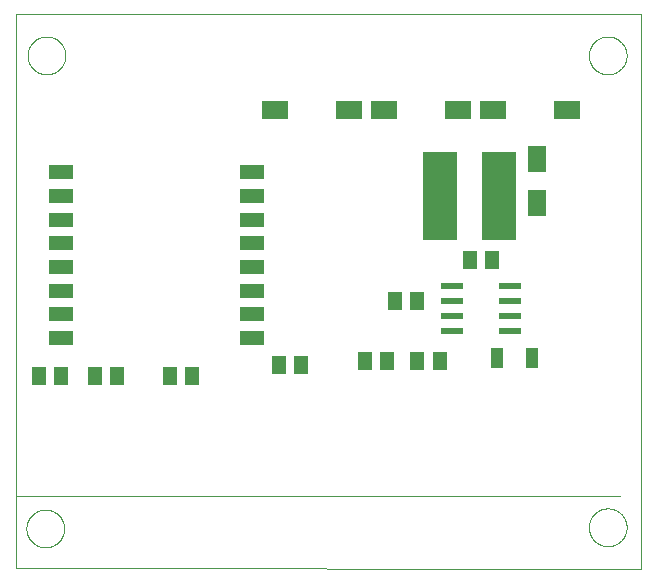
<source format=gtp>
G75*
%MOIN*%
%OFA0B0*%
%FSLAX25Y25*%
%IPPOS*%
%LPD*%
%AMOC8*
5,1,8,0,0,1.08239X$1,22.5*
%
%ADD10C,0.00000*%
%ADD11R,0.05118X0.05906*%
%ADD12R,0.04400X0.07100*%
%ADD13R,0.09055X0.06299*%
%ADD14R,0.06400X0.08600*%
%ADD15R,0.07874X0.04724*%
%ADD16R,0.11800X0.29500*%
%ADD17R,0.07800X0.02200*%
D10*
X0052477Y0025103D02*
X0261020Y0024709D01*
X0261020Y0209788D01*
X0052477Y0209788D01*
X0052477Y0025103D01*
X0056060Y0038252D02*
X0056062Y0038410D01*
X0056068Y0038568D01*
X0056078Y0038726D01*
X0056092Y0038884D01*
X0056110Y0039041D01*
X0056131Y0039198D01*
X0056157Y0039354D01*
X0056187Y0039510D01*
X0056220Y0039665D01*
X0056258Y0039818D01*
X0056299Y0039971D01*
X0056344Y0040123D01*
X0056393Y0040274D01*
X0056446Y0040423D01*
X0056502Y0040571D01*
X0056562Y0040717D01*
X0056626Y0040862D01*
X0056694Y0041005D01*
X0056765Y0041147D01*
X0056839Y0041287D01*
X0056917Y0041424D01*
X0056999Y0041560D01*
X0057083Y0041694D01*
X0057172Y0041825D01*
X0057263Y0041954D01*
X0057358Y0042081D01*
X0057455Y0042206D01*
X0057556Y0042328D01*
X0057660Y0042447D01*
X0057767Y0042564D01*
X0057877Y0042678D01*
X0057990Y0042789D01*
X0058105Y0042898D01*
X0058223Y0043003D01*
X0058344Y0043105D01*
X0058467Y0043205D01*
X0058593Y0043301D01*
X0058721Y0043394D01*
X0058851Y0043484D01*
X0058984Y0043570D01*
X0059119Y0043654D01*
X0059255Y0043733D01*
X0059394Y0043810D01*
X0059535Y0043882D01*
X0059677Y0043952D01*
X0059821Y0044017D01*
X0059967Y0044079D01*
X0060114Y0044137D01*
X0060263Y0044192D01*
X0060413Y0044243D01*
X0060564Y0044290D01*
X0060716Y0044333D01*
X0060869Y0044372D01*
X0061024Y0044408D01*
X0061179Y0044439D01*
X0061335Y0044467D01*
X0061491Y0044491D01*
X0061648Y0044511D01*
X0061806Y0044527D01*
X0061963Y0044539D01*
X0062122Y0044547D01*
X0062280Y0044551D01*
X0062438Y0044551D01*
X0062596Y0044547D01*
X0062755Y0044539D01*
X0062912Y0044527D01*
X0063070Y0044511D01*
X0063227Y0044491D01*
X0063383Y0044467D01*
X0063539Y0044439D01*
X0063694Y0044408D01*
X0063849Y0044372D01*
X0064002Y0044333D01*
X0064154Y0044290D01*
X0064305Y0044243D01*
X0064455Y0044192D01*
X0064604Y0044137D01*
X0064751Y0044079D01*
X0064897Y0044017D01*
X0065041Y0043952D01*
X0065183Y0043882D01*
X0065324Y0043810D01*
X0065463Y0043733D01*
X0065599Y0043654D01*
X0065734Y0043570D01*
X0065867Y0043484D01*
X0065997Y0043394D01*
X0066125Y0043301D01*
X0066251Y0043205D01*
X0066374Y0043105D01*
X0066495Y0043003D01*
X0066613Y0042898D01*
X0066728Y0042789D01*
X0066841Y0042678D01*
X0066951Y0042564D01*
X0067058Y0042447D01*
X0067162Y0042328D01*
X0067263Y0042206D01*
X0067360Y0042081D01*
X0067455Y0041954D01*
X0067546Y0041825D01*
X0067635Y0041694D01*
X0067719Y0041560D01*
X0067801Y0041424D01*
X0067879Y0041287D01*
X0067953Y0041147D01*
X0068024Y0041005D01*
X0068092Y0040862D01*
X0068156Y0040717D01*
X0068216Y0040571D01*
X0068272Y0040423D01*
X0068325Y0040274D01*
X0068374Y0040123D01*
X0068419Y0039971D01*
X0068460Y0039818D01*
X0068498Y0039665D01*
X0068531Y0039510D01*
X0068561Y0039354D01*
X0068587Y0039198D01*
X0068608Y0039041D01*
X0068626Y0038884D01*
X0068640Y0038726D01*
X0068650Y0038568D01*
X0068656Y0038410D01*
X0068658Y0038252D01*
X0068656Y0038094D01*
X0068650Y0037936D01*
X0068640Y0037778D01*
X0068626Y0037620D01*
X0068608Y0037463D01*
X0068587Y0037306D01*
X0068561Y0037150D01*
X0068531Y0036994D01*
X0068498Y0036839D01*
X0068460Y0036686D01*
X0068419Y0036533D01*
X0068374Y0036381D01*
X0068325Y0036230D01*
X0068272Y0036081D01*
X0068216Y0035933D01*
X0068156Y0035787D01*
X0068092Y0035642D01*
X0068024Y0035499D01*
X0067953Y0035357D01*
X0067879Y0035217D01*
X0067801Y0035080D01*
X0067719Y0034944D01*
X0067635Y0034810D01*
X0067546Y0034679D01*
X0067455Y0034550D01*
X0067360Y0034423D01*
X0067263Y0034298D01*
X0067162Y0034176D01*
X0067058Y0034057D01*
X0066951Y0033940D01*
X0066841Y0033826D01*
X0066728Y0033715D01*
X0066613Y0033606D01*
X0066495Y0033501D01*
X0066374Y0033399D01*
X0066251Y0033299D01*
X0066125Y0033203D01*
X0065997Y0033110D01*
X0065867Y0033020D01*
X0065734Y0032934D01*
X0065599Y0032850D01*
X0065463Y0032771D01*
X0065324Y0032694D01*
X0065183Y0032622D01*
X0065041Y0032552D01*
X0064897Y0032487D01*
X0064751Y0032425D01*
X0064604Y0032367D01*
X0064455Y0032312D01*
X0064305Y0032261D01*
X0064154Y0032214D01*
X0064002Y0032171D01*
X0063849Y0032132D01*
X0063694Y0032096D01*
X0063539Y0032065D01*
X0063383Y0032037D01*
X0063227Y0032013D01*
X0063070Y0031993D01*
X0062912Y0031977D01*
X0062755Y0031965D01*
X0062596Y0031957D01*
X0062438Y0031953D01*
X0062280Y0031953D01*
X0062122Y0031957D01*
X0061963Y0031965D01*
X0061806Y0031977D01*
X0061648Y0031993D01*
X0061491Y0032013D01*
X0061335Y0032037D01*
X0061179Y0032065D01*
X0061024Y0032096D01*
X0060869Y0032132D01*
X0060716Y0032171D01*
X0060564Y0032214D01*
X0060413Y0032261D01*
X0060263Y0032312D01*
X0060114Y0032367D01*
X0059967Y0032425D01*
X0059821Y0032487D01*
X0059677Y0032552D01*
X0059535Y0032622D01*
X0059394Y0032694D01*
X0059255Y0032771D01*
X0059119Y0032850D01*
X0058984Y0032934D01*
X0058851Y0033020D01*
X0058721Y0033110D01*
X0058593Y0033203D01*
X0058467Y0033299D01*
X0058344Y0033399D01*
X0058223Y0033501D01*
X0058105Y0033606D01*
X0057990Y0033715D01*
X0057877Y0033826D01*
X0057767Y0033940D01*
X0057660Y0034057D01*
X0057556Y0034176D01*
X0057455Y0034298D01*
X0057358Y0034423D01*
X0057263Y0034550D01*
X0057172Y0034679D01*
X0057083Y0034810D01*
X0056999Y0034944D01*
X0056917Y0035080D01*
X0056839Y0035217D01*
X0056765Y0035357D01*
X0056694Y0035499D01*
X0056626Y0035642D01*
X0056562Y0035787D01*
X0056502Y0035933D01*
X0056446Y0036081D01*
X0056393Y0036230D01*
X0056344Y0036381D01*
X0056299Y0036533D01*
X0056258Y0036686D01*
X0056220Y0036839D01*
X0056187Y0036994D01*
X0056157Y0037150D01*
X0056131Y0037306D01*
X0056110Y0037463D01*
X0056092Y0037620D01*
X0056078Y0037778D01*
X0056068Y0037936D01*
X0056062Y0038094D01*
X0056060Y0038252D01*
X0052595Y0048951D02*
X0253796Y0048951D01*
X0243540Y0038646D02*
X0243542Y0038804D01*
X0243548Y0038962D01*
X0243558Y0039120D01*
X0243572Y0039278D01*
X0243590Y0039435D01*
X0243611Y0039592D01*
X0243637Y0039748D01*
X0243667Y0039904D01*
X0243700Y0040059D01*
X0243738Y0040212D01*
X0243779Y0040365D01*
X0243824Y0040517D01*
X0243873Y0040668D01*
X0243926Y0040817D01*
X0243982Y0040965D01*
X0244042Y0041111D01*
X0244106Y0041256D01*
X0244174Y0041399D01*
X0244245Y0041541D01*
X0244319Y0041681D01*
X0244397Y0041818D01*
X0244479Y0041954D01*
X0244563Y0042088D01*
X0244652Y0042219D01*
X0244743Y0042348D01*
X0244838Y0042475D01*
X0244935Y0042600D01*
X0245036Y0042722D01*
X0245140Y0042841D01*
X0245247Y0042958D01*
X0245357Y0043072D01*
X0245470Y0043183D01*
X0245585Y0043292D01*
X0245703Y0043397D01*
X0245824Y0043499D01*
X0245947Y0043599D01*
X0246073Y0043695D01*
X0246201Y0043788D01*
X0246331Y0043878D01*
X0246464Y0043964D01*
X0246599Y0044048D01*
X0246735Y0044127D01*
X0246874Y0044204D01*
X0247015Y0044276D01*
X0247157Y0044346D01*
X0247301Y0044411D01*
X0247447Y0044473D01*
X0247594Y0044531D01*
X0247743Y0044586D01*
X0247893Y0044637D01*
X0248044Y0044684D01*
X0248196Y0044727D01*
X0248349Y0044766D01*
X0248504Y0044802D01*
X0248659Y0044833D01*
X0248815Y0044861D01*
X0248971Y0044885D01*
X0249128Y0044905D01*
X0249286Y0044921D01*
X0249443Y0044933D01*
X0249602Y0044941D01*
X0249760Y0044945D01*
X0249918Y0044945D01*
X0250076Y0044941D01*
X0250235Y0044933D01*
X0250392Y0044921D01*
X0250550Y0044905D01*
X0250707Y0044885D01*
X0250863Y0044861D01*
X0251019Y0044833D01*
X0251174Y0044802D01*
X0251329Y0044766D01*
X0251482Y0044727D01*
X0251634Y0044684D01*
X0251785Y0044637D01*
X0251935Y0044586D01*
X0252084Y0044531D01*
X0252231Y0044473D01*
X0252377Y0044411D01*
X0252521Y0044346D01*
X0252663Y0044276D01*
X0252804Y0044204D01*
X0252943Y0044127D01*
X0253079Y0044048D01*
X0253214Y0043964D01*
X0253347Y0043878D01*
X0253477Y0043788D01*
X0253605Y0043695D01*
X0253731Y0043599D01*
X0253854Y0043499D01*
X0253975Y0043397D01*
X0254093Y0043292D01*
X0254208Y0043183D01*
X0254321Y0043072D01*
X0254431Y0042958D01*
X0254538Y0042841D01*
X0254642Y0042722D01*
X0254743Y0042600D01*
X0254840Y0042475D01*
X0254935Y0042348D01*
X0255026Y0042219D01*
X0255115Y0042088D01*
X0255199Y0041954D01*
X0255281Y0041818D01*
X0255359Y0041681D01*
X0255433Y0041541D01*
X0255504Y0041399D01*
X0255572Y0041256D01*
X0255636Y0041111D01*
X0255696Y0040965D01*
X0255752Y0040817D01*
X0255805Y0040668D01*
X0255854Y0040517D01*
X0255899Y0040365D01*
X0255940Y0040212D01*
X0255978Y0040059D01*
X0256011Y0039904D01*
X0256041Y0039748D01*
X0256067Y0039592D01*
X0256088Y0039435D01*
X0256106Y0039278D01*
X0256120Y0039120D01*
X0256130Y0038962D01*
X0256136Y0038804D01*
X0256138Y0038646D01*
X0256136Y0038488D01*
X0256130Y0038330D01*
X0256120Y0038172D01*
X0256106Y0038014D01*
X0256088Y0037857D01*
X0256067Y0037700D01*
X0256041Y0037544D01*
X0256011Y0037388D01*
X0255978Y0037233D01*
X0255940Y0037080D01*
X0255899Y0036927D01*
X0255854Y0036775D01*
X0255805Y0036624D01*
X0255752Y0036475D01*
X0255696Y0036327D01*
X0255636Y0036181D01*
X0255572Y0036036D01*
X0255504Y0035893D01*
X0255433Y0035751D01*
X0255359Y0035611D01*
X0255281Y0035474D01*
X0255199Y0035338D01*
X0255115Y0035204D01*
X0255026Y0035073D01*
X0254935Y0034944D01*
X0254840Y0034817D01*
X0254743Y0034692D01*
X0254642Y0034570D01*
X0254538Y0034451D01*
X0254431Y0034334D01*
X0254321Y0034220D01*
X0254208Y0034109D01*
X0254093Y0034000D01*
X0253975Y0033895D01*
X0253854Y0033793D01*
X0253731Y0033693D01*
X0253605Y0033597D01*
X0253477Y0033504D01*
X0253347Y0033414D01*
X0253214Y0033328D01*
X0253079Y0033244D01*
X0252943Y0033165D01*
X0252804Y0033088D01*
X0252663Y0033016D01*
X0252521Y0032946D01*
X0252377Y0032881D01*
X0252231Y0032819D01*
X0252084Y0032761D01*
X0251935Y0032706D01*
X0251785Y0032655D01*
X0251634Y0032608D01*
X0251482Y0032565D01*
X0251329Y0032526D01*
X0251174Y0032490D01*
X0251019Y0032459D01*
X0250863Y0032431D01*
X0250707Y0032407D01*
X0250550Y0032387D01*
X0250392Y0032371D01*
X0250235Y0032359D01*
X0250076Y0032351D01*
X0249918Y0032347D01*
X0249760Y0032347D01*
X0249602Y0032351D01*
X0249443Y0032359D01*
X0249286Y0032371D01*
X0249128Y0032387D01*
X0248971Y0032407D01*
X0248815Y0032431D01*
X0248659Y0032459D01*
X0248504Y0032490D01*
X0248349Y0032526D01*
X0248196Y0032565D01*
X0248044Y0032608D01*
X0247893Y0032655D01*
X0247743Y0032706D01*
X0247594Y0032761D01*
X0247447Y0032819D01*
X0247301Y0032881D01*
X0247157Y0032946D01*
X0247015Y0033016D01*
X0246874Y0033088D01*
X0246735Y0033165D01*
X0246599Y0033244D01*
X0246464Y0033328D01*
X0246331Y0033414D01*
X0246201Y0033504D01*
X0246073Y0033597D01*
X0245947Y0033693D01*
X0245824Y0033793D01*
X0245703Y0033895D01*
X0245585Y0034000D01*
X0245470Y0034109D01*
X0245357Y0034220D01*
X0245247Y0034334D01*
X0245140Y0034451D01*
X0245036Y0034570D01*
X0244935Y0034692D01*
X0244838Y0034817D01*
X0244743Y0034944D01*
X0244652Y0035073D01*
X0244563Y0035204D01*
X0244479Y0035338D01*
X0244397Y0035474D01*
X0244319Y0035611D01*
X0244245Y0035751D01*
X0244174Y0035893D01*
X0244106Y0036036D01*
X0244042Y0036181D01*
X0243982Y0036327D01*
X0243926Y0036475D01*
X0243873Y0036624D01*
X0243824Y0036775D01*
X0243779Y0036927D01*
X0243738Y0037080D01*
X0243700Y0037233D01*
X0243667Y0037388D01*
X0243637Y0037544D01*
X0243611Y0037700D01*
X0243590Y0037857D01*
X0243572Y0038014D01*
X0243558Y0038172D01*
X0243548Y0038330D01*
X0243542Y0038488D01*
X0243540Y0038646D01*
X0243540Y0195929D02*
X0243542Y0196087D01*
X0243548Y0196245D01*
X0243558Y0196403D01*
X0243572Y0196561D01*
X0243590Y0196718D01*
X0243611Y0196875D01*
X0243637Y0197031D01*
X0243667Y0197187D01*
X0243700Y0197342D01*
X0243738Y0197495D01*
X0243779Y0197648D01*
X0243824Y0197800D01*
X0243873Y0197951D01*
X0243926Y0198100D01*
X0243982Y0198248D01*
X0244042Y0198394D01*
X0244106Y0198539D01*
X0244174Y0198682D01*
X0244245Y0198824D01*
X0244319Y0198964D01*
X0244397Y0199101D01*
X0244479Y0199237D01*
X0244563Y0199371D01*
X0244652Y0199502D01*
X0244743Y0199631D01*
X0244838Y0199758D01*
X0244935Y0199883D01*
X0245036Y0200005D01*
X0245140Y0200124D01*
X0245247Y0200241D01*
X0245357Y0200355D01*
X0245470Y0200466D01*
X0245585Y0200575D01*
X0245703Y0200680D01*
X0245824Y0200782D01*
X0245947Y0200882D01*
X0246073Y0200978D01*
X0246201Y0201071D01*
X0246331Y0201161D01*
X0246464Y0201247D01*
X0246599Y0201331D01*
X0246735Y0201410D01*
X0246874Y0201487D01*
X0247015Y0201559D01*
X0247157Y0201629D01*
X0247301Y0201694D01*
X0247447Y0201756D01*
X0247594Y0201814D01*
X0247743Y0201869D01*
X0247893Y0201920D01*
X0248044Y0201967D01*
X0248196Y0202010D01*
X0248349Y0202049D01*
X0248504Y0202085D01*
X0248659Y0202116D01*
X0248815Y0202144D01*
X0248971Y0202168D01*
X0249128Y0202188D01*
X0249286Y0202204D01*
X0249443Y0202216D01*
X0249602Y0202224D01*
X0249760Y0202228D01*
X0249918Y0202228D01*
X0250076Y0202224D01*
X0250235Y0202216D01*
X0250392Y0202204D01*
X0250550Y0202188D01*
X0250707Y0202168D01*
X0250863Y0202144D01*
X0251019Y0202116D01*
X0251174Y0202085D01*
X0251329Y0202049D01*
X0251482Y0202010D01*
X0251634Y0201967D01*
X0251785Y0201920D01*
X0251935Y0201869D01*
X0252084Y0201814D01*
X0252231Y0201756D01*
X0252377Y0201694D01*
X0252521Y0201629D01*
X0252663Y0201559D01*
X0252804Y0201487D01*
X0252943Y0201410D01*
X0253079Y0201331D01*
X0253214Y0201247D01*
X0253347Y0201161D01*
X0253477Y0201071D01*
X0253605Y0200978D01*
X0253731Y0200882D01*
X0253854Y0200782D01*
X0253975Y0200680D01*
X0254093Y0200575D01*
X0254208Y0200466D01*
X0254321Y0200355D01*
X0254431Y0200241D01*
X0254538Y0200124D01*
X0254642Y0200005D01*
X0254743Y0199883D01*
X0254840Y0199758D01*
X0254935Y0199631D01*
X0255026Y0199502D01*
X0255115Y0199371D01*
X0255199Y0199237D01*
X0255281Y0199101D01*
X0255359Y0198964D01*
X0255433Y0198824D01*
X0255504Y0198682D01*
X0255572Y0198539D01*
X0255636Y0198394D01*
X0255696Y0198248D01*
X0255752Y0198100D01*
X0255805Y0197951D01*
X0255854Y0197800D01*
X0255899Y0197648D01*
X0255940Y0197495D01*
X0255978Y0197342D01*
X0256011Y0197187D01*
X0256041Y0197031D01*
X0256067Y0196875D01*
X0256088Y0196718D01*
X0256106Y0196561D01*
X0256120Y0196403D01*
X0256130Y0196245D01*
X0256136Y0196087D01*
X0256138Y0195929D01*
X0256136Y0195771D01*
X0256130Y0195613D01*
X0256120Y0195455D01*
X0256106Y0195297D01*
X0256088Y0195140D01*
X0256067Y0194983D01*
X0256041Y0194827D01*
X0256011Y0194671D01*
X0255978Y0194516D01*
X0255940Y0194363D01*
X0255899Y0194210D01*
X0255854Y0194058D01*
X0255805Y0193907D01*
X0255752Y0193758D01*
X0255696Y0193610D01*
X0255636Y0193464D01*
X0255572Y0193319D01*
X0255504Y0193176D01*
X0255433Y0193034D01*
X0255359Y0192894D01*
X0255281Y0192757D01*
X0255199Y0192621D01*
X0255115Y0192487D01*
X0255026Y0192356D01*
X0254935Y0192227D01*
X0254840Y0192100D01*
X0254743Y0191975D01*
X0254642Y0191853D01*
X0254538Y0191734D01*
X0254431Y0191617D01*
X0254321Y0191503D01*
X0254208Y0191392D01*
X0254093Y0191283D01*
X0253975Y0191178D01*
X0253854Y0191076D01*
X0253731Y0190976D01*
X0253605Y0190880D01*
X0253477Y0190787D01*
X0253347Y0190697D01*
X0253214Y0190611D01*
X0253079Y0190527D01*
X0252943Y0190448D01*
X0252804Y0190371D01*
X0252663Y0190299D01*
X0252521Y0190229D01*
X0252377Y0190164D01*
X0252231Y0190102D01*
X0252084Y0190044D01*
X0251935Y0189989D01*
X0251785Y0189938D01*
X0251634Y0189891D01*
X0251482Y0189848D01*
X0251329Y0189809D01*
X0251174Y0189773D01*
X0251019Y0189742D01*
X0250863Y0189714D01*
X0250707Y0189690D01*
X0250550Y0189670D01*
X0250392Y0189654D01*
X0250235Y0189642D01*
X0250076Y0189634D01*
X0249918Y0189630D01*
X0249760Y0189630D01*
X0249602Y0189634D01*
X0249443Y0189642D01*
X0249286Y0189654D01*
X0249128Y0189670D01*
X0248971Y0189690D01*
X0248815Y0189714D01*
X0248659Y0189742D01*
X0248504Y0189773D01*
X0248349Y0189809D01*
X0248196Y0189848D01*
X0248044Y0189891D01*
X0247893Y0189938D01*
X0247743Y0189989D01*
X0247594Y0190044D01*
X0247447Y0190102D01*
X0247301Y0190164D01*
X0247157Y0190229D01*
X0247015Y0190299D01*
X0246874Y0190371D01*
X0246735Y0190448D01*
X0246599Y0190527D01*
X0246464Y0190611D01*
X0246331Y0190697D01*
X0246201Y0190787D01*
X0246073Y0190880D01*
X0245947Y0190976D01*
X0245824Y0191076D01*
X0245703Y0191178D01*
X0245585Y0191283D01*
X0245470Y0191392D01*
X0245357Y0191503D01*
X0245247Y0191617D01*
X0245140Y0191734D01*
X0245036Y0191853D01*
X0244935Y0191975D01*
X0244838Y0192100D01*
X0244743Y0192227D01*
X0244652Y0192356D01*
X0244563Y0192487D01*
X0244479Y0192621D01*
X0244397Y0192757D01*
X0244319Y0192894D01*
X0244245Y0193034D01*
X0244174Y0193176D01*
X0244106Y0193319D01*
X0244042Y0193464D01*
X0243982Y0193610D01*
X0243926Y0193758D01*
X0243873Y0193907D01*
X0243824Y0194058D01*
X0243779Y0194210D01*
X0243738Y0194363D01*
X0243700Y0194516D01*
X0243667Y0194671D01*
X0243637Y0194827D01*
X0243611Y0194983D01*
X0243590Y0195140D01*
X0243572Y0195297D01*
X0243558Y0195455D01*
X0243548Y0195613D01*
X0243542Y0195771D01*
X0243540Y0195929D01*
X0056454Y0195929D02*
X0056456Y0196087D01*
X0056462Y0196245D01*
X0056472Y0196403D01*
X0056486Y0196561D01*
X0056504Y0196718D01*
X0056525Y0196875D01*
X0056551Y0197031D01*
X0056581Y0197187D01*
X0056614Y0197342D01*
X0056652Y0197495D01*
X0056693Y0197648D01*
X0056738Y0197800D01*
X0056787Y0197951D01*
X0056840Y0198100D01*
X0056896Y0198248D01*
X0056956Y0198394D01*
X0057020Y0198539D01*
X0057088Y0198682D01*
X0057159Y0198824D01*
X0057233Y0198964D01*
X0057311Y0199101D01*
X0057393Y0199237D01*
X0057477Y0199371D01*
X0057566Y0199502D01*
X0057657Y0199631D01*
X0057752Y0199758D01*
X0057849Y0199883D01*
X0057950Y0200005D01*
X0058054Y0200124D01*
X0058161Y0200241D01*
X0058271Y0200355D01*
X0058384Y0200466D01*
X0058499Y0200575D01*
X0058617Y0200680D01*
X0058738Y0200782D01*
X0058861Y0200882D01*
X0058987Y0200978D01*
X0059115Y0201071D01*
X0059245Y0201161D01*
X0059378Y0201247D01*
X0059513Y0201331D01*
X0059649Y0201410D01*
X0059788Y0201487D01*
X0059929Y0201559D01*
X0060071Y0201629D01*
X0060215Y0201694D01*
X0060361Y0201756D01*
X0060508Y0201814D01*
X0060657Y0201869D01*
X0060807Y0201920D01*
X0060958Y0201967D01*
X0061110Y0202010D01*
X0061263Y0202049D01*
X0061418Y0202085D01*
X0061573Y0202116D01*
X0061729Y0202144D01*
X0061885Y0202168D01*
X0062042Y0202188D01*
X0062200Y0202204D01*
X0062357Y0202216D01*
X0062516Y0202224D01*
X0062674Y0202228D01*
X0062832Y0202228D01*
X0062990Y0202224D01*
X0063149Y0202216D01*
X0063306Y0202204D01*
X0063464Y0202188D01*
X0063621Y0202168D01*
X0063777Y0202144D01*
X0063933Y0202116D01*
X0064088Y0202085D01*
X0064243Y0202049D01*
X0064396Y0202010D01*
X0064548Y0201967D01*
X0064699Y0201920D01*
X0064849Y0201869D01*
X0064998Y0201814D01*
X0065145Y0201756D01*
X0065291Y0201694D01*
X0065435Y0201629D01*
X0065577Y0201559D01*
X0065718Y0201487D01*
X0065857Y0201410D01*
X0065993Y0201331D01*
X0066128Y0201247D01*
X0066261Y0201161D01*
X0066391Y0201071D01*
X0066519Y0200978D01*
X0066645Y0200882D01*
X0066768Y0200782D01*
X0066889Y0200680D01*
X0067007Y0200575D01*
X0067122Y0200466D01*
X0067235Y0200355D01*
X0067345Y0200241D01*
X0067452Y0200124D01*
X0067556Y0200005D01*
X0067657Y0199883D01*
X0067754Y0199758D01*
X0067849Y0199631D01*
X0067940Y0199502D01*
X0068029Y0199371D01*
X0068113Y0199237D01*
X0068195Y0199101D01*
X0068273Y0198964D01*
X0068347Y0198824D01*
X0068418Y0198682D01*
X0068486Y0198539D01*
X0068550Y0198394D01*
X0068610Y0198248D01*
X0068666Y0198100D01*
X0068719Y0197951D01*
X0068768Y0197800D01*
X0068813Y0197648D01*
X0068854Y0197495D01*
X0068892Y0197342D01*
X0068925Y0197187D01*
X0068955Y0197031D01*
X0068981Y0196875D01*
X0069002Y0196718D01*
X0069020Y0196561D01*
X0069034Y0196403D01*
X0069044Y0196245D01*
X0069050Y0196087D01*
X0069052Y0195929D01*
X0069050Y0195771D01*
X0069044Y0195613D01*
X0069034Y0195455D01*
X0069020Y0195297D01*
X0069002Y0195140D01*
X0068981Y0194983D01*
X0068955Y0194827D01*
X0068925Y0194671D01*
X0068892Y0194516D01*
X0068854Y0194363D01*
X0068813Y0194210D01*
X0068768Y0194058D01*
X0068719Y0193907D01*
X0068666Y0193758D01*
X0068610Y0193610D01*
X0068550Y0193464D01*
X0068486Y0193319D01*
X0068418Y0193176D01*
X0068347Y0193034D01*
X0068273Y0192894D01*
X0068195Y0192757D01*
X0068113Y0192621D01*
X0068029Y0192487D01*
X0067940Y0192356D01*
X0067849Y0192227D01*
X0067754Y0192100D01*
X0067657Y0191975D01*
X0067556Y0191853D01*
X0067452Y0191734D01*
X0067345Y0191617D01*
X0067235Y0191503D01*
X0067122Y0191392D01*
X0067007Y0191283D01*
X0066889Y0191178D01*
X0066768Y0191076D01*
X0066645Y0190976D01*
X0066519Y0190880D01*
X0066391Y0190787D01*
X0066261Y0190697D01*
X0066128Y0190611D01*
X0065993Y0190527D01*
X0065857Y0190448D01*
X0065718Y0190371D01*
X0065577Y0190299D01*
X0065435Y0190229D01*
X0065291Y0190164D01*
X0065145Y0190102D01*
X0064998Y0190044D01*
X0064849Y0189989D01*
X0064699Y0189938D01*
X0064548Y0189891D01*
X0064396Y0189848D01*
X0064243Y0189809D01*
X0064088Y0189773D01*
X0063933Y0189742D01*
X0063777Y0189714D01*
X0063621Y0189690D01*
X0063464Y0189670D01*
X0063306Y0189654D01*
X0063149Y0189642D01*
X0062990Y0189634D01*
X0062832Y0189630D01*
X0062674Y0189630D01*
X0062516Y0189634D01*
X0062357Y0189642D01*
X0062200Y0189654D01*
X0062042Y0189670D01*
X0061885Y0189690D01*
X0061729Y0189714D01*
X0061573Y0189742D01*
X0061418Y0189773D01*
X0061263Y0189809D01*
X0061110Y0189848D01*
X0060958Y0189891D01*
X0060807Y0189938D01*
X0060657Y0189989D01*
X0060508Y0190044D01*
X0060361Y0190102D01*
X0060215Y0190164D01*
X0060071Y0190229D01*
X0059929Y0190299D01*
X0059788Y0190371D01*
X0059649Y0190448D01*
X0059513Y0190527D01*
X0059378Y0190611D01*
X0059245Y0190697D01*
X0059115Y0190787D01*
X0058987Y0190880D01*
X0058861Y0190976D01*
X0058738Y0191076D01*
X0058617Y0191178D01*
X0058499Y0191283D01*
X0058384Y0191392D01*
X0058271Y0191503D01*
X0058161Y0191617D01*
X0058054Y0191734D01*
X0057950Y0191853D01*
X0057849Y0191975D01*
X0057752Y0192100D01*
X0057657Y0192227D01*
X0057566Y0192356D01*
X0057477Y0192487D01*
X0057393Y0192621D01*
X0057311Y0192757D01*
X0057233Y0192894D01*
X0057159Y0193034D01*
X0057088Y0193176D01*
X0057020Y0193319D01*
X0056956Y0193464D01*
X0056896Y0193610D01*
X0056840Y0193758D01*
X0056787Y0193907D01*
X0056738Y0194058D01*
X0056693Y0194210D01*
X0056652Y0194363D01*
X0056614Y0194516D01*
X0056581Y0194671D01*
X0056551Y0194827D01*
X0056525Y0194983D01*
X0056504Y0195140D01*
X0056486Y0195297D01*
X0056472Y0195455D01*
X0056462Y0195613D01*
X0056456Y0195771D01*
X0056454Y0195929D01*
D11*
X0178855Y0113951D03*
X0186335Y0113951D03*
X0203855Y0127701D03*
X0211335Y0127701D03*
X0193835Y0093951D03*
X0186355Y0093951D03*
X0176335Y0093951D03*
X0168855Y0093951D03*
X0147585Y0092701D03*
X0140105Y0092701D03*
X0111335Y0088951D03*
X0103855Y0088951D03*
X0086335Y0088951D03*
X0078855Y0088951D03*
X0067585Y0088951D03*
X0060105Y0088951D03*
D12*
X0212945Y0095201D03*
X0224745Y0095201D03*
D13*
X0236247Y0177701D03*
X0211444Y0177701D03*
X0199997Y0177701D03*
X0175194Y0177701D03*
X0163747Y0177701D03*
X0138944Y0177701D03*
D14*
X0226345Y0161251D03*
X0226345Y0146651D03*
D15*
X0131375Y0149069D03*
X0131375Y0141195D03*
X0131375Y0133321D03*
X0131375Y0125447D03*
X0131375Y0117573D03*
X0131375Y0109699D03*
X0131375Y0101825D03*
X0067595Y0101825D03*
X0067595Y0109699D03*
X0067595Y0117573D03*
X0067595Y0125447D03*
X0067595Y0133321D03*
X0067595Y0141195D03*
X0067595Y0149069D03*
X0067595Y0156943D03*
X0131375Y0156943D03*
D16*
X0193995Y0148951D03*
X0213695Y0148951D03*
D17*
X0217295Y0118951D03*
X0217295Y0113951D03*
X0217295Y0108951D03*
X0217295Y0103951D03*
X0197895Y0103951D03*
X0197895Y0108951D03*
X0197895Y0113951D03*
X0197895Y0118951D03*
M02*

</source>
